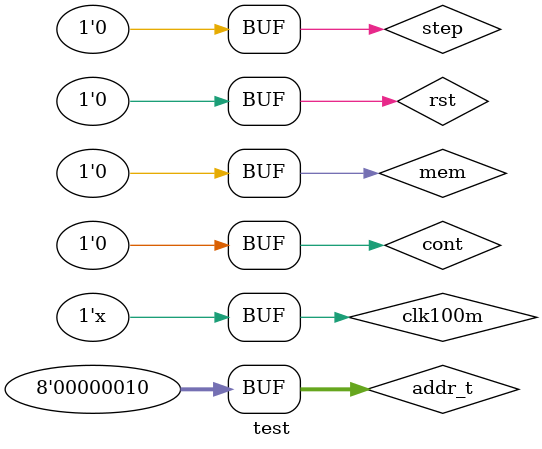
<source format=v>
`timescale 1ns / 1ps


module test(
    );
    reg cont, step, mem, clk100m, rst;
    reg [7:0] addr_t;
    wire [15:0] led;
    wire [7:0] an;
    wire [6:0] seg;
    top DUT(cont, step, mem, addr_t, clk100m, rst, led, an, seg);
    initial
    begin
    cont = 0;
    step = 0;
    mem = 0;
    addr_t = 8'b0000_0010;
    clk100m = 0;
    rst = 0;
    end
    always
    #5 clk100m = ~clk100m;
endmodule

</source>
